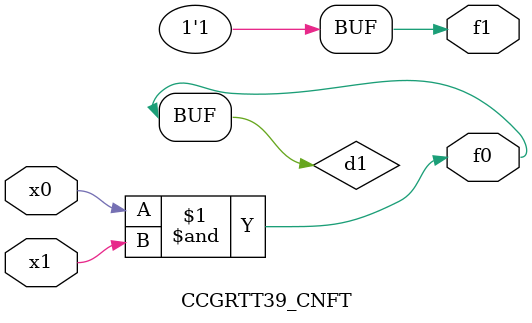
<source format=v>
module CCGRTT39_CNFT(
	input x0, x1,
	output f0, f1
);

	wire d1;

	assign f0 = d1;
	and (d1, x0, x1);
	assign f1 = 1'b1;
endmodule

</source>
